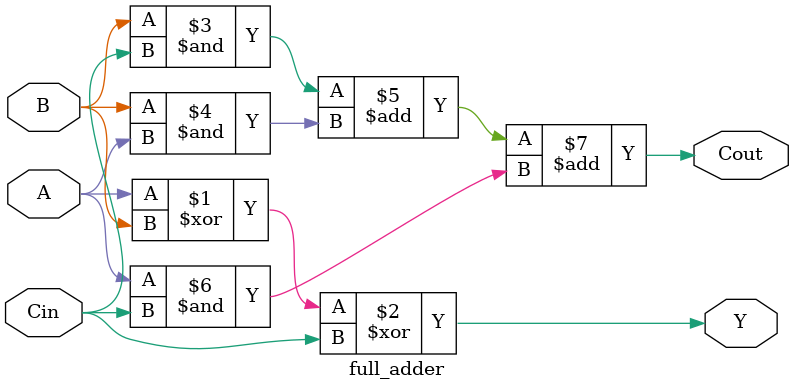
<source format=v>
module full_adder(
    input A,
    input B,
    input Cin,

    output Y,
    output Cout
);

    assign Y = A ^ B ^ Cin;
    assign Cout = (B & Cin) + (B & A) + (A & Cin);

endmodule
</source>
